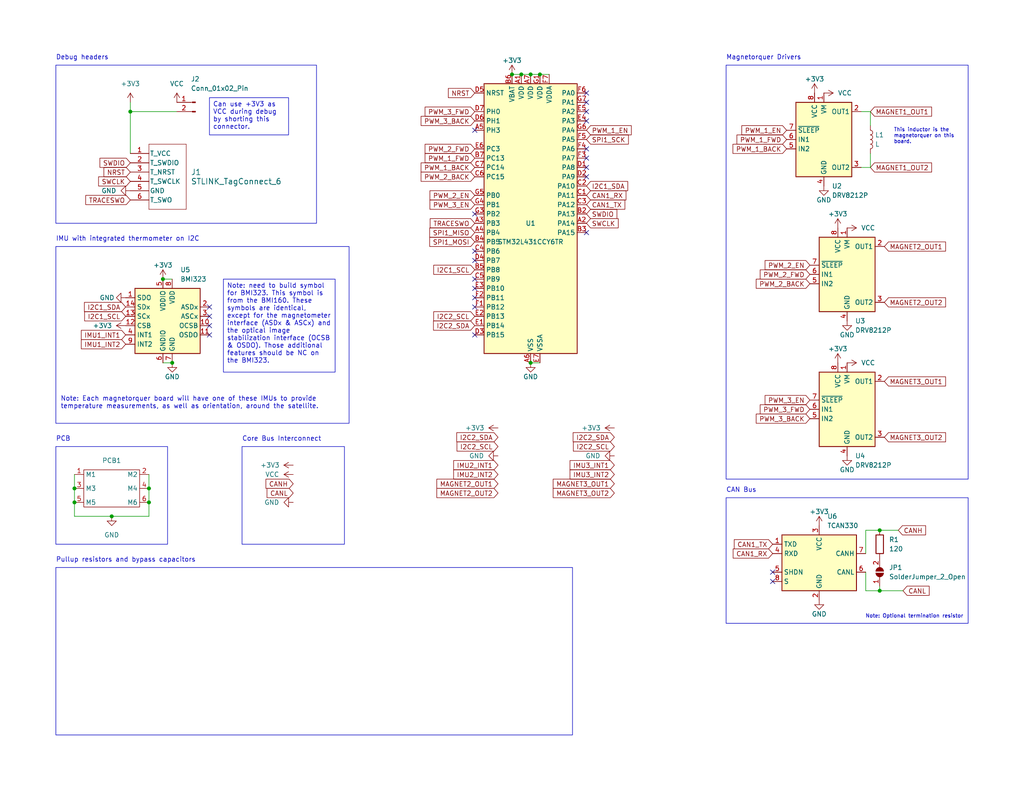
<source format=kicad_sch>
(kicad_sch (version 20230121) (generator eeschema)
  (paper "USLetter")
  (lib_symbols
    (symbol "Connector:Conn_01x02_Pin" (pin_names (offset 1.016) hide)
      (property "Reference" "J" (at 0 2.54 0))
      (property "Value" "Conn_01x02_Pin" (at 0 -5.08 0))
      (symbol "Conn_01x02_Pin_1_1"
        (polyline (pts (xy 1.27 -2.54) (xy 0.8636 -2.54)) (stroke (width 0.1524)))
        (polyline (pts (xy 1.27 0) (xy 0.8636 0)) (stroke (width 0.1524)))
        (rectangle (start 0.8636 -2.413) (end 0 -2.667) (stroke (width 0.1524)) (fill (type outline)))
        (rectangle (start 0.8636 0.127) (end 0 -0.127) (stroke (width 0.1524)) (fill (type outline)))
        (pin passive line (at 5.08 0 180) (length 3.81) (name "Pin_1") (number "1"))
        (pin passive line (at 5.08 -2.54 180) (length 3.81) (name "Pin_2") (number "2"))
      )
    )
    (symbol "Device:L" (pin_numbers hide) (pin_names (offset 1.016) hide)
      (property "Reference" "L" (at -1.27 0 90))
      (property "Value" "L" (at 1.905 0 90))
      (symbol "L_0_1"
        (arc (start 0 -2.54) (mid 0.6323 -1.905) (end 0 -1.27))
        (arc (start 0 -1.27) (mid 0.6323 -0.635) (end 0 0))
        (arc (start 0 0) (mid 0.6323 0.635) (end 0 1.27))
        (arc (start 0 1.27) (mid 0.6323 1.905) (end 0 2.54))
      )
      (symbol "L_1_1"
        (pin passive line (at 0 3.81 270) (length 1.27) (name "1") (number "1"))
        (pin passive line (at 0 -3.81 90) (length 1.27) (name "2") (number "2"))
      )
    )
    (symbol "Device:R" (pin_numbers hide) (pin_names (offset 0))
      (property "Reference" "R" (at 2.032 0 90))
      (property "Value" "R" (at 0 0 90))
      (symbol "R_0_1"
        (rectangle (start -1.016 -2.54) (end 1.016 2.54) (stroke (width 0.254)))
      )
      (symbol "R_1_1"
        (pin passive line (at 0 3.81 270) (length 1.27) (name "~") (number "1"))
        (pin passive line (at 0 -3.81 90) (length 1.27) (name "~") (number "2"))
      )
    )
    (symbol "Driver_Motor:DRV8212P"
      (property "Reference" "U" (at 6.35 11.43 0))
      (property "Value" "DRV8212P" (at -10.16 11.43 0))
      (symbol "DRV8212P_0_1"
        (rectangle (start -7.62 10.16) (end 7.62 -10.16) (stroke (width 0.254)) (fill (type background)))
      )
      (symbol "DRV8212P_1_1"
        (pin power_in line (at 0 12.7 270) (length 2.54) (name "VM") (number "1"))
        (pin output line (at 10.16 7.62 180) (length 2.54) (name "OUT1") (number "2"))
        (pin output line (at 10.16 -7.62 180) (length 2.54) (name "OUT2") (number "3"))
        (pin power_in line (at 0 -12.7 90) (length 2.54) (name "GND") (number "4"))
        (pin input line (at -10.16 -2.54 0) (length 2.54) (name "IN2") (number "5"))
        (pin input line (at -10.16 0 0) (length 2.54) (name "IN1") (number "6"))
        (pin input line (at -10.16 2.54 0) (length 2.54) (name "~{SLEEP}") (number "7"))
        (pin power_in line (at -2.54 12.7 270) (length 2.54) (name "VCC") (number "8"))
        (pin passive line (at 0 -12.7 90) (length 2.54) hide (name "GND") (number "9"))
      )
    )
    (symbol "Interface_CAN_LIN:TCAN330"
      (property "Reference" "U" (at -10.16 8.89 0))
      (property "Value" "TCAN330" (at 2.54 8.89 0))
      (symbol "TCAN330_0_1"
        (rectangle (start -10.16 7.62) (end 10.16 -7.62) (stroke (width 0.254)) (fill (type background)))
      )
      (symbol "TCAN330_1_1"
        (pin input line (at -12.7 5.08 0) (length 2.54) (name "TXD") (number "1"))
        (pin power_in line (at 0 -10.16 90) (length 2.54) (name "GND") (number "2"))
        (pin power_in line (at 0 10.16 270) (length 2.54) (name "VCC") (number "3"))
        (pin tri_state line (at -12.7 2.54 0) (length 2.54) (name "RXD") (number "4"))
        (pin input line (at -12.7 -2.54 0) (length 2.54) (name "SHDN") (number "5"))
        (pin bidirectional line (at 12.7 -2.54 180) (length 2.54) (name "CANL") (number "6"))
        (pin bidirectional line (at 12.7 2.54 180) (length 2.54) (name "CANH") (number "7"))
        (pin input line (at -12.7 -5.08 0) (length 2.54) (name "S") (number "8"))
      )
    )
    (symbol "Jumper:SolderJumper_2_Open" (pin_names (offset 0) hide)
      (property "Reference" "JP" (at 0 2.032 0))
      (property "Value" "SolderJumper_2_Open" (at 0 -2.54 0))
      (symbol "SolderJumper_2_Open_0_1"
        (arc (start -0.254 1.016) (mid -1.2656 0) (end -0.254 -1.016))
        (arc (start -0.254 1.016) (mid -1.2656 0) (end -0.254 -1.016) (fill (type outline)))
        (polyline (pts (xy -0.254 1.016) (xy -0.254 -1.016)))
        (polyline (pts (xy 0.254 1.016) (xy 0.254 -1.016)))
        (arc (start 0.254 -1.016) (mid 1.2656 0) (end 0.254 1.016))
        (arc (start 0.254 -1.016) (mid 1.2656 0) (end 0.254 1.016) (fill (type outline)))
      )
      (symbol "SolderJumper_2_Open_1_1"
        (pin passive line (at -3.81 0 0) (length 2.54) (name "A") (number "1"))
        (pin passive line (at 3.81 0 180) (length 2.54) (name "B") (number "2"))
      )
    )
    (symbol "MCU_ST_STM32L4:STM32L431CCYx"
      (property "Reference" "U" (at -12.7 39.37 0))
      (property "Value" "STM32L431CCYx" (at 7.62 39.37 0))
      (symbol "STM32L431CCYx_0_1"
        (rectangle (start -12.7 -35.56) (end 12.7 38.1) (stroke (width 0.254)) (fill (type background)))
      )
      (symbol "STM32L431CCYx_1_1"
        (pin power_in line (at -2.54 40.64 270) (length 2.54) (name "VDD") (number "A1"))
        (pin bidirectional line (at 15.24 0 180) (length 2.54) (name "PA14") (number "A2"))
        (pin bidirectional line (at -15.24 0 0) (length 2.54) (name "PB3") (number "A3"))
        (pin bidirectional line (at -15.24 -2.54 0) (length 2.54) (name "PB4") (number "A4"))
        (pin bidirectional line (at -15.24 25.4 0) (length 2.54) (name "PH3") (number "A5"))
        (pin power_in line (at 0 -38.1 90) (length 2.54) (name "VSS") (number "A6"))
        (pin power_in line (at 0 40.64 270) (length 2.54) (name "VDD") (number "A7"))
        (pin passive line (at 0 -38.1 90) (length 2.54) hide (name "VSS") (number "B1"))
        (pin bidirectional line (at 15.24 2.54 180) (length 2.54) (name "PA13") (number "B2"))
        (pin bidirectional line (at 15.24 -2.54 180) (length 2.54) (name "PA15") (number "B3"))
        (pin bidirectional line (at -15.24 -5.08 0) (length 2.54) (name "PB5") (number "B4"))
        (pin bidirectional line (at -15.24 -12.7 0) (length 2.54) (name "PB8") (number "B5"))
        (pin power_in line (at -5.08 40.64 270) (length 2.54) (name "VBAT") (number "B6"))
        (pin bidirectional line (at -15.24 17.78 0) (length 2.54) (name "PC13") (number "B7"))
        (pin bidirectional line (at 15.24 7.62 180) (length 2.54) (name "PA11") (number "C1"))
        (pin bidirectional line (at 15.24 10.16 180) (length 2.54) (name "PA10") (number "C2"))
        (pin bidirectional line (at 15.24 5.08 180) (length 2.54) (name "PA12") (number "C3"))
        (pin bidirectional line (at -15.24 -7.62 0) (length 2.54) (name "PB6") (number "C4"))
        (pin bidirectional line (at -15.24 -15.24 0) (length 2.54) (name "PB9") (number "C5"))
        (pin bidirectional line (at -15.24 12.7 0) (length 2.54) (name "PC15") (number "C6"))
        (pin bidirectional line (at -15.24 15.24 0) (length 2.54) (name "PC14") (number "C7"))
        (pin bidirectional line (at 15.24 15.24 180) (length 2.54) (name "PA8") (number "D1"))
        (pin bidirectional line (at 15.24 12.7 180) (length 2.54) (name "PA9") (number "D2"))
        (pin bidirectional line (at -15.24 -30.48 0) (length 2.54) (name "PB15") (number "D3"))
        (pin bidirectional line (at -15.24 -10.16 0) (length 2.54) (name "PB7") (number "D4"))
        (pin input line (at -15.24 35.56 0) (length 2.54) (name "NRST") (number "D5"))
        (pin bidirectional line (at -15.24 27.94 0) (length 2.54) (name "PH1") (number "D6"))
        (pin bidirectional line (at -15.24 30.48 0) (length 2.54) (name "PH0") (number "D7"))
        (pin bidirectional line (at -15.24 -27.94 0) (length 2.54) (name "PB14") (number "E1"))
        (pin bidirectional line (at -15.24 -25.4 0) (length 2.54) (name "PB13") (number "E2"))
        (pin bidirectional line (at -15.24 -17.78 0) (length 2.54) (name "PB10") (number "E3"))
        (pin bidirectional line (at 15.24 27.94 180) (length 2.54) (name "PA3") (number "E4"))
        (pin bidirectional line (at 15.24 30.48 180) (length 2.54) (name "PA2") (number "E5"))
        (pin bidirectional line (at -15.24 20.32 0) (length 2.54) (name "PC3") (number "E6"))
        (pin power_in line (at 2.54 -38.1 90) (length 2.54) (name "VSSA") (number "E7"))
        (pin bidirectional line (at -15.24 -22.86 0) (length 2.54) (name "PB12") (number "F1"))
        (pin bidirectional line (at -15.24 -20.32 0) (length 2.54) (name "PB11") (number "F2"))
        (pin bidirectional line (at 15.24 17.78 180) (length 2.54) (name "PA7") (number "F3"))
        (pin bidirectional line (at 15.24 20.32 180) (length 2.54) (name "PA6") (number "F4"))
        (pin bidirectional line (at 15.24 22.86 180) (length 2.54) (name "PA5") (number "F5"))
        (pin bidirectional line (at 15.24 35.56 180) (length 2.54) (name "PA0") (number "F6"))
        (pin power_in line (at 5.08 40.64 270) (length 2.54) (name "VDDA") (number "F7"))
        (pin power_in line (at 2.54 40.64 270) (length 2.54) (name "VDD") (number "G1"))
        (pin passive line (at 0 -38.1 90) (length 2.54) hide (name "VSS") (number "G2"))
        (pin bidirectional line (at -15.24 2.54 0) (length 2.54) (name "PB2") (number "G3"))
        (pin bidirectional line (at -15.24 5.08 0) (length 2.54) (name "PB1") (number "G4"))
        (pin bidirectional line (at -15.24 7.62 0) (length 2.54) (name "PB0") (number "G5"))
        (pin bidirectional line (at 15.24 25.4 180) (length 2.54) (name "PA4") (number "G6"))
        (pin bidirectional line (at 15.24 33.02 180) (length 2.54) (name "PA1") (number "G7"))
      )
    )
    (symbol "Sensor_Motion:BMI160"
      (property "Reference" "U" (at -10.16 8.89 0))
      (property "Value" "BMI160" (at 7.62 8.89 0))
      (symbol "BMI160_1_1"
        (rectangle (start -10.16 7.62) (end 7.62 -10.16) (stroke (width 0.254)) (fill (type background)))
        (pin bidirectional line (at -12.7 5.08 0) (length 2.54) (name "SDO") (number "1"))
        (pin bidirectional line (at 10.16 -2.54 180) (length 2.54) (name "OCSB") (number "10"))
        (pin bidirectional line (at 10.16 -5.08 180) (length 2.54) (name "OSDO") (number "11"))
        (pin input line (at -12.7 -2.54 0) (length 2.54) (name "CSB") (number "12"))
        (pin input line (at -12.7 0 0) (length 2.54) (name "SCx") (number "13"))
        (pin bidirectional line (at -12.7 2.54 0) (length 2.54) (name "SDx") (number "14"))
        (pin bidirectional line (at 10.16 2.54 180) (length 2.54) (name "ASDx") (number "2"))
        (pin output line (at 10.16 0 180) (length 2.54) (name "ASCx") (number "3"))
        (pin bidirectional line (at -12.7 -5.08 0) (length 2.54) (name "INT1") (number "4"))
        (pin power_in line (at -2.54 10.16 270) (length 2.54) (name "VDDIO") (number "5"))
        (pin power_in line (at -2.54 -12.7 90) (length 2.54) (name "GNDIO") (number "6"))
        (pin power_in line (at 0 -12.7 90) (length 2.54) (name "GND") (number "7"))
        (pin power_in line (at 0 10.16 270) (length 2.54) (name "VDD") (number "8"))
        (pin bidirectional line (at -12.7 -7.62 0) (length 2.54) (name "INT2") (number "9"))
      )
    )
    (symbol "TVSC:STLINK_TagConnect_6" (pin_names (offset 0.254)) (in_bom no)
      (property "Reference" "J" (at 0 6.35 0))
      (property "Value" "STLINK_TagConnect_6" (at 0 -15.24 0))
      (symbol "STLINK_TagConnect_6_1_1"
        (polyline (pts (xy -5.08 -12.7) (xy 5.08 -12.7)) (stroke (width 0.127)))
        (polyline (pts (xy -5.08 5.08) (xy -5.08 -12.7)) (stroke (width 0.127)))
        (polyline (pts (xy 5.08 -12.7) (xy 5.08 5.08)) (stroke (width 0.127)))
        (polyline (pts (xy 5.08 5.08) (xy -5.08 5.08)) (stroke (width 0.127)))
        (pin power_in line (at -10.16 2.54 0) (length 5.08) (name "T_VCC") (number "1"))
        (pin bidirectional line (at -10.16 0 0) (length 5.08) (name "T_SWDIO") (number "2"))
        (pin output line (at -10.16 -2.54 0) (length 5.08) (name "T_NRST") (number "3"))
        (pin input line (at -10.16 -5.08 0) (length 5.08) (name "T_SWCLK") (number "4"))
        (pin power_in line (at -10.16 -7.62 0) (length 5.08) (name "GND") (number "5"))
        (pin output line (at -10.16 -10.16 0) (length 5.08) (name "T_SWO") (number "6"))
      )
      (symbol "STLINK_TagConnect_6_1_2"
        (polyline (pts (xy 5.08 -20.32) (xy 12.7 -20.32)) (stroke (width 0.127)))
        (polyline (pts (xy 5.08 2.54) (xy 5.08 -20.32)) (stroke (width 0.127)))
        (polyline (pts (xy 7.62 -17.78) (xy 5.08 -17.78)) (stroke (width 0.127)))
        (polyline (pts (xy 7.62 -17.78) (xy 8.89 -18.6267)) (stroke (width 0.127)))
        (polyline (pts (xy 7.62 -17.78) (xy 8.89 -16.9333)) (stroke (width 0.127)))
        (polyline (pts (xy 7.62 -15.24) (xy 5.08 -15.24)) (stroke (width 0.127)))
        (polyline (pts (xy 7.62 -15.24) (xy 8.89 -16.0867)) (stroke (width 0.127)))
        (polyline (pts (xy 7.62 -15.24) (xy 8.89 -14.3933)) (stroke (width 0.127)))
        (polyline (pts (xy 7.62 -12.7) (xy 5.08 -12.7)) (stroke (width 0.127)))
        (polyline (pts (xy 7.62 -12.7) (xy 8.89 -13.5467)) (stroke (width 0.127)))
        (polyline (pts (xy 7.62 -12.7) (xy 8.89 -11.8533)) (stroke (width 0.127)))
        (polyline (pts (xy 7.62 -10.16) (xy 5.08 -10.16)) (stroke (width 0.127)))
        (polyline (pts (xy 7.62 -10.16) (xy 8.89 -11.0067)) (stroke (width 0.127)))
        (polyline (pts (xy 7.62 -10.16) (xy 8.89 -9.3133)) (stroke (width 0.127)))
        (polyline (pts (xy 7.62 -7.62) (xy 5.08 -7.62)) (stroke (width 0.127)))
        (polyline (pts (xy 7.62 -7.62) (xy 8.89 -8.4667)) (stroke (width 0.127)))
        (polyline (pts (xy 7.62 -7.62) (xy 8.89 -6.7733)) (stroke (width 0.127)))
        (polyline (pts (xy 7.62 -5.08) (xy 5.08 -5.08)) (stroke (width 0.127)))
        (polyline (pts (xy 7.62 -5.08) (xy 8.89 -5.9267)) (stroke (width 0.127)))
        (polyline (pts (xy 7.62 -5.08) (xy 8.89 -4.2333)) (stroke (width 0.127)))
        (polyline (pts (xy 7.62 -2.54) (xy 5.08 -2.54)) (stroke (width 0.127)))
        (polyline (pts (xy 7.62 -2.54) (xy 8.89 -3.3867)) (stroke (width 0.127)))
        (polyline (pts (xy 7.62 -2.54) (xy 8.89 -1.6933)) (stroke (width 0.127)))
        (polyline (pts (xy 7.62 0) (xy 5.08 0)) (stroke (width 0.127)))
        (polyline (pts (xy 7.62 0) (xy 8.89 -0.8467)) (stroke (width 0.127)))
        (polyline (pts (xy 7.62 0) (xy 8.89 0.8467)) (stroke (width 0.127)))
        (polyline (pts (xy 12.7 -20.32) (xy 12.7 2.54)) (stroke (width 0.127)))
        (polyline (pts (xy 12.7 2.54) (xy 5.08 2.54)) (stroke (width 0.127)))
        (pin unspecified line (at 0 0 0) (length 5.08) (name "1") (number "1"))
        (pin unspecified line (at 0 -2.54 0) (length 5.08) (name "2") (number "2"))
        (pin unspecified line (at 0 -5.08 0) (length 5.08) (name "3") (number "3"))
        (pin unspecified line (at 0 -7.62 0) (length 5.08) (name "4") (number "4"))
        (pin unspecified line (at 0 -10.16 0) (length 5.08) (name "5") (number "5"))
        (pin unspecified line (at 0 -12.7 0) (length 5.08) (name "6") (number "6"))
        (pin unspecified line (at 0 -15.24 0) (length 5.08) (name "7") (number "7"))
        (pin unspecified line (at 0 -17.78 0) (length 5.08) (name "8") (number "8"))
      )
    )
    (symbol "TVSC:SidePanel_PCB" (in_bom no)
      (property "Reference" "PCB" (at 0 0 0))
      (symbol "SidePanel_PCB_0_1"
        (rectangle (start -7.62 5.08) (end 7.62 -5.08))
      )
      (symbol "SidePanel_PCB_1_1"
        (pin power_in line (at -10.16 3.81 0) (length 2.54) (name "M1") (number "1"))
        (pin power_in line (at 10.16 3.81 180) (length 2.54) (name "M2") (number "2"))
        (pin power_in line (at -10.16 0 0) (length 2.54) (name "M3") (number "3"))
        (pin power_in line (at 10.16 0 180) (length 2.54) (name "M4") (number "4"))
        (pin power_in line (at -10.16 -3.81 0) (length 2.54) (name "M5") (number "5"))
        (pin power_in line (at 10.16 -3.81 180) (length 2.54) (name "M6") (number "6"))
      )
    )
    (symbol "power:+3V3" (power) (pin_names (offset 0))
      (property "Value" "+3V3" (at 0 3.556 0))
      (symbol "+3V3_0_1"
        (polyline (pts (xy -0.762 1.27) (xy 0 2.54)))
        (polyline (pts (xy 0 0) (xy 0 2.54)))
        (polyline (pts (xy 0 2.54) (xy 0.762 1.27)))
      )
      (symbol "+3V3_1_1"
        (pin power_in line (at 0 0 90) (length 0) hide (name "+3V3") (number "1"))
      )
    )
    (symbol "power:GND" (power) (pin_names (offset 0))
      (property "Value" "GND" (at 0 -3.81 0))
      (symbol "GND_0_1"
        (polyline (pts (xy 0 0) (xy 0 -1.27) (xy 1.27 -1.27) (xy 0 -2.54) (xy -1.27 -1.27) (xy 0 -1.27)))
      )
      (symbol "GND_1_1"
        (pin power_in line (at 0 0 270) (length 0) hide (name "GND") (number "1"))
      )
    )
    (symbol "power:VCC" (power) (pin_names (offset 0))
      (property "Value" "VCC" (at 0 3.81 0))
      (symbol "VCC_0_1"
        (polyline (pts (xy -0.762 1.27) (xy 0 2.54)))
        (polyline (pts (xy 0 0) (xy 0 2.54)))
        (polyline (pts (xy 0 2.54) (xy 0.762 1.27)))
      )
      (symbol "VCC_1_1"
        (pin power_in line (at 0 0 90) (length 0) hide (name "VCC") (number "1"))
      )
    )
  )
  (junction (at 40.64 133.35))
  (junction (at 30.48 140.97))
  (junction (at 40.64 137.16))
  (junction (at 46.99 99.06))
  (junction (at 35.56 30.48))
  (junction (at 144.78 99.06))
  (junction (at 240.03 144.78))
  (junction (at 44.45 76.2))
  (junction (at 240.03 161.29))
  (junction (at 139.7 20.32))
  (junction (at 147.32 20.32))
  (junction (at 144.78 20.32))
  (junction (at 20.32 137.16))
  (junction (at 142.24 20.32))
  (junction (at 20.32 133.35))
  (no_connect (at 57.15 83.82))
  (no_connect (at 160.02 40.64))
  (no_connect (at 129.54 78.74))
  (no_connect (at 160.02 27.94))
  (no_connect (at 57.15 88.9))
  (no_connect (at 129.54 83.82))
  (no_connect (at 160.02 30.48))
  (no_connect (at 129.54 71.12))
  (no_connect (at 129.54 35.56))
  (no_connect (at 210.82 158.75))
  (no_connect (at 160.02 48.26))
  (no_connect (at 129.54 76.2))
  (no_connect (at 57.15 86.36))
  (no_connect (at 160.02 45.72))
  (no_connect (at 129.54 58.42))
  (no_connect (at 57.15 91.44))
  (no_connect (at 129.54 81.28))
  (no_connect (at 160.02 33.02))
  (no_connect (at 160.02 63.5))
  (no_connect (at 129.54 68.58))
  (no_connect (at 160.02 43.18))
  (no_connect (at 129.54 91.44))
  (no_connect (at 160.02 25.4))
  (no_connect (at 210.82 156.21))
  (wire (pts (xy 35.56 27.94) (xy 35.56 30.48)))
  (wire (pts (xy 237.49 30.48) (xy 234.95 30.48)))
  (wire (pts (xy 20.32 140.97) (xy 30.48 140.97)))
  (wire (pts (xy 237.49 41.91) (xy 237.49 45.72)))
  (wire (pts (xy 40.64 140.97) (xy 40.64 137.16)))
  (wire (pts (xy 40.64 137.16) (xy 40.64 133.35)))
  (wire (pts (xy 30.48 140.97) (xy 40.64 140.97)))
  (wire (pts (xy 44.45 99.06) (xy 46.99 99.06)))
  (wire (pts (xy 237.49 45.72) (xy 234.95 45.72)))
  (wire (pts (xy 20.32 129.54) (xy 20.32 133.35)))
  (wire (pts (xy 240.03 161.29) (xy 236.22 161.29)))
  (wire (pts (xy 144.78 99.06) (xy 147.32 99.06)))
  (wire (pts (xy 20.32 133.35) (xy 20.32 137.16)))
  (wire (pts (xy 240.03 144.78) (xy 236.22 144.78)))
  (wire (pts (xy 240.03 161.29) (xy 240.03 160.02)))
  (wire (pts (xy 236.22 161.29) (xy 236.22 156.21)))
  (wire (pts (xy 44.45 76.2) (xy 46.99 76.2)))
  (wire (pts (xy 20.32 137.16) (xy 20.32 140.97)))
  (wire (pts (xy 240.03 161.29) (xy 246.38 161.29)))
  (wire (pts (xy 144.78 20.32) (xy 147.32 20.32)))
  (wire (pts (xy 237.49 30.48) (xy 237.49 34.29)))
  (wire (pts (xy 139.7 20.32) (xy 142.24 20.32)))
  (wire (pts (xy 35.56 30.48) (xy 48.26 30.48)))
  (wire (pts (xy 40.64 133.35) (xy 40.64 129.54)))
  (wire (pts (xy 142.24 20.32) (xy 144.78 20.32)))
  (wire (pts (xy 240.03 144.78) (xy 245.11 144.78)))
  (wire (pts (xy 35.56 30.48) (xy 35.56 41.91)))
  (wire (pts (xy 236.22 144.78) (xy 236.22 151.13)))
  (wire (pts (xy 147.32 20.32) (xy 149.86 20.32)))
  (rectangle (start 15.24 154.94) (end 156.21 200.66))
  (rectangle (start 15.24 121.92) (end 45.72 148.59))
  (rectangle (start 198.12 135.89) (end 264.16 170.18))
  (rectangle (start 15.24 17.78) (end 86.36 60.96))
  (rectangle (start 198.12 17.78) (end 264.16 130.81))
  (rectangle (start 15.24 67.31) (end 95.25 115.57))
  (rectangle (start 66.04 121.92) (end 93.98 148.59))
  (text_box "Note: need to build symbol for BMI323. This symbol is from the BMI160. These symbols are identical, except for the magnetometer interface (ASDx & ASCx) and the optical image stabilization interface (OCSB & OSDO). Those additional features should be NC on the BMI323." (at 60.96 76.2 0) (size 30.48 25.4) (effects (font (size 1.27 1.27)) (justify left top)))
  (text_box "Can use +3V3 as VCC during debug by shorting this connector." (at 57.15 26.67 0) (size 21.59 10.16) (effects (font (size 1.27 1.27)) (justify left top)))
  (text "Magnetorquer Drivers" (at 198.12 16.51 0) (effects (font (size 1.27 1.27)) (justify left bottom)))
  (text "This inductor is the\nmagnetorquer on this\nboard." (at 243.84 39.37 0) (effects (font (size 1 1)) (justify left bottom)))
  (text "CAN Bus" (at 198.12 134.62 0) (effects (font (size 1.27 1.27)) (justify left bottom)))
  (text "IMU with integrated thermometer on I2C" (at 15.24 66.04 0) (effects (font (size 1.27 1.27)) (justify left bottom)))
  (text "Pullup resistors and bypass capacitors" (at 15.24 153.67 0) (effects (font (size 1.27 1.27)) (justify left bottom)))
  (text "Debug headers" (at 15.24 16.51 0) (effects (font (size 1.27 1.27)) (justify left bottom)))
  (text "PCB" (at 15.24 120.65 0) (effects (font (size 1.27 1.27)) (justify left bottom)))
  (text "Core Bus Interconnect" (at 66.04 120.65 0) (effects (font (size 1.27 1.27)) (justify left bottom)))
  (text "Note: Optional termination resistor" (at 262.89 168.91 0) (effects (font (size 1 1)) (justify right bottom)))
  (text "Note: Each magnetorquer board will have one of these IMUs to provide\ntemperature measurements, as well as orientation, around the satellite." (at 16.51 111.76 0) (effects (font (size 1.27 1.27)) (justify left bottom)))
  (global_label "MAGNET3_OUT1" (shape input) (at 167.64 132.08 180) (property "Intersheetrefs" "${INTERSHEET_REFS}" (effects hide)))
  (global_label "CAN1_RX" (shape input) (at 160.02 53.34 0) (property "Intersheetrefs" "${INTERSHEET_REFS}" (effects hide)))
  (global_label "PWM_1_EN" (shape input) (at 160.02 35.56 0) (property "Intersheetrefs" "${INTERSHEET_REFS}" (effects hide)))
  (global_label "MAGNET2_OUT1" (shape input) (at 241.3 67.31 0) (property "Intersheetrefs" "${INTERSHEET_REFS}" (effects hide)))
  (global_label "PWM_1_EN" (shape input) (at 214.63 35.56 180) (property "Intersheetrefs" "${INTERSHEET_REFS}" (effects hide)))
  (global_label "PWM_2_FWD" (shape input) (at 220.98 74.93 180) (property "Intersheetrefs" "${INTERSHEET_REFS}" (effects hide)))
  (global_label "PWM_1_FWD" (shape input) (at 129.54 43.18 180) (property "Intersheetrefs" "${INTERSHEET_REFS}" (effects hide)))
  (global_label "PWM_2_EN" (shape input) (at 220.98 72.39 180) (property "Intersheetrefs" "${INTERSHEET_REFS}" (effects hide)))
  (global_label "CAN1_TX" (shape input) (at 210.82 148.59 180) (property "Intersheetrefs" "${INTERSHEET_REFS}" (effects hide)))
  (global_label "NRST" (shape input) (at 129.54 25.4 180) (property "Intersheetrefs" "${INTERSHEET_REFS}" (effects hide)))
  (global_label "I2C1_SDA" (shape input) (at 34.29 83.82 180) (property "Intersheetrefs" "${INTERSHEET_REFS}" (effects hide)))
  (global_label "PWM_2_BACK" (shape input) (at 220.98 77.47 180) (property "Intersheetrefs" "${INTERSHEET_REFS}" (effects hide)))
  (global_label "IMU2_INT2" (shape input) (at 135.89 129.54 180) (property "Intersheetrefs" "${INTERSHEET_REFS}" (effects hide)))
  (global_label "MAGNET1_OUT2" (shape input) (at 237.49 45.72 0) (property "Intersheetrefs" "${INTERSHEET_REFS}" (effects hide)))
  (global_label "PWM_2_FWD" (shape input) (at 129.54 40.64 180) (property "Intersheetrefs" "${INTERSHEET_REFS}" (effects hide)))
  (global_label "SWCLK" (shape input) (at 160.02 60.96 0) (property "Intersheetrefs" "${INTERSHEET_REFS}" (effects hide)))
  (global_label "PWM_1_BACK" (shape input) (at 129.54 45.72 180) (property "Intersheetrefs" "${INTERSHEET_REFS}" (effects hide)))
  (global_label "MAGNET3_OUT1" (shape input) (at 241.3 104.14 0) (property "Intersheetrefs" "${INTERSHEET_REFS}" (effects hide)))
  (global_label "IMU3_INT1" (shape input) (at 167.64 127 180) (property "Intersheetrefs" "${INTERSHEET_REFS}" (effects hide)))
  (global_label "I2C2_SDA" (shape input) (at 167.64 119.38 180) (property "Intersheetrefs" "${INTERSHEET_REFS}" (effects hide)))
  (global_label "I2C2_SCL" (shape input) (at 135.89 121.92 180) (property "Intersheetrefs" "${INTERSHEET_REFS}" (effects hide)))
  (global_label "PWM_3_BACK" (shape input) (at 220.98 114.3 180) (property "Intersheetrefs" "${INTERSHEET_REFS}" (effects hide)))
  (global_label "PWM_1_BACK" (shape input) (at 214.63 40.64 180) (property "Intersheetrefs" "${INTERSHEET_REFS}" (effects hide)))
  (global_label "CAN1_RX" (shape input) (at 210.82 151.13 180) (property "Intersheetrefs" "${INTERSHEET_REFS}" (effects hide)))
  (global_label "SWCLK" (shape input) (at 35.56 49.53 180) (property "Intersheetrefs" "${INTERSHEET_REFS}" (effects hide)))
  (global_label "I2C2_SDA" (shape input) (at 129.54 88.9 180) (property "Intersheetrefs" "${INTERSHEET_REFS}" (effects hide)))
  (global_label "MAGNET2_OUT2" (shape input) (at 241.3 82.55 0) (property "Intersheetrefs" "${INTERSHEET_REFS}" (effects hide)))
  (global_label "I2C1_SCL" (shape input) (at 129.54 73.66 180) (property "Intersheetrefs" "${INTERSHEET_REFS}" (effects hide)))
  (global_label "PWM_2_EN" (shape input) (at 129.54 53.34 180) (property "Intersheetrefs" "${INTERSHEET_REFS}" (effects hide)))
  (global_label "IMU1_INT2" (shape input) (at 34.29 93.98 180) (property "Intersheetrefs" "${INTERSHEET_REFS}" (effects hide)))
  (global_label "MAGNET2_OUT2" (shape input) (at 135.89 134.62 180) (property "Intersheetrefs" "${INTERSHEET_REFS}" (effects hide)))
  (global_label "I2C2_SCL" (shape input) (at 129.54 86.36 180) (property "Intersheetrefs" "${INTERSHEET_REFS}" (effects hide)))
  (global_label "IMU2_INT1" (shape input) (at 135.89 127 180) (property "Intersheetrefs" "${INTERSHEET_REFS}" (effects hide)))
  (global_label "TRACESWO" (shape input) (at 129.54 60.96 180) (property "Intersheetrefs" "${INTERSHEET_REFS}" (effects hide)))
  (global_label "CANL" (shape input) (at 246.38 161.29 0) (property "Intersheetrefs" "${INTERSHEET_REFS}" (effects hide)))
  (global_label "SPI1_MISO" (shape input) (at 129.54 63.5 180) (property "Intersheetrefs" "${INTERSHEET_REFS}" (effects hide)))
  (global_label "MAGNET2_OUT1" (shape input) (at 135.89 132.08 180) (property "Intersheetrefs" "${INTERSHEET_REFS}" (effects hide)))
  (global_label "I2C2_SCL" (shape input) (at 167.64 121.92 180) (property "Intersheetrefs" "${INTERSHEET_REFS}" (effects hide)))
  (global_label "CANH" (shape input) (at 80.01 132.08 180) (property "Intersheetrefs" "${INTERSHEET_REFS}" (effects hide)))
  (global_label "PWM_3_FWD" (shape input) (at 220.98 111.76 180) (property "Intersheetrefs" "${INTERSHEET_REFS}" (effects hide)))
  (global_label "TRACESWO" (shape input) (at 35.56 54.61 180) (property "Intersheetrefs" "${INTERSHEET_REFS}" (effects hide)))
  (global_label "MAGNET1_OUT1" (shape input) (at 237.49 30.48 0) (property "Intersheetrefs" "${INTERSHEET_REFS}" (effects hide)))
  (global_label "PWM_2_BACK" (shape input) (at 129.54 48.26 180) (property "Intersheetrefs" "${INTERSHEET_REFS}" (effects hide)))
  (global_label "MAGNET3_OUT2" (shape input) (at 167.64 134.62 180) (property "Intersheetrefs" "${INTERSHEET_REFS}" (effects hide)))
  (global_label "PWM_3_EN" (shape input) (at 129.54 55.88 180) (property "Intersheetrefs" "${INTERSHEET_REFS}" (effects hide)))
  (global_label "SWDIO" (shape input) (at 35.56 44.45 180) (property "Intersheetrefs" "${INTERSHEET_REFS}" (effects hide)))
  (global_label "CANL" (shape input) (at 80.01 134.62 180) (property "Intersheetrefs" "${INTERSHEET_REFS}" (effects hide)))
  (global_label "I2C1_SCL" (shape input) (at 34.29 86.36 180) (property "Intersheetrefs" "${INTERSHEET_REFS}" (effects hide)))
  (global_label "MAGNET3_OUT2" (shape input) (at 241.3 119.38 0) (property "Intersheetrefs" "${INTERSHEET_REFS}" (effects hide)))
  (global_label "PWM_3_EN" (shape input) (at 220.98 109.22 180) (property "Intersheetrefs" "${INTERSHEET_REFS}" (effects hide)))
  (global_label "PWM_3_FWD" (shape input) (at 129.54 30.48 180) (property "Intersheetrefs" "${INTERSHEET_REFS}" (effects hide)))
  (global_label "SPI1_MOSI" (shape input) (at 129.54 66.04 180) (property "Intersheetrefs" "${INTERSHEET_REFS}" (effects hide)))
  (global_label "I2C2_SDA" (shape input) (at 135.89 119.38 180) (property "Intersheetrefs" "${INTERSHEET_REFS}" (effects hide)))
  (global_label "CAN1_TX" (shape input) (at 160.02 55.88 0) (property "Intersheetrefs" "${INTERSHEET_REFS}" (effects hide)))
  (global_label "PWM_3_BACK" (shape input) (at 129.54 33.02 180) (property "Intersheetrefs" "${INTERSHEET_REFS}" (effects hide)))
  (global_label "SPI1_SCK" (shape input) (at 160.02 38.1 0) (property "Intersheetrefs" "${INTERSHEET_REFS}" (effects hide)))
  (global_label "CANH" (shape input) (at 245.11 144.78 0) (property "Intersheetrefs" "${INTERSHEET_REFS}" (effects hide)))
  (global_label "I2C1_SDA" (shape input) (at 160.02 50.8 0) (property "Intersheetrefs" "${INTERSHEET_REFS}" (effects hide)))
  (global_label "NRST" (shape input) (at 35.56 46.99 180) (property "Intersheetrefs" "${INTERSHEET_REFS}" (effects hide)))
  (global_label "SWDIO" (shape input) (at 160.02 58.42 0) (property "Intersheetrefs" "${INTERSHEET_REFS}" (effects hide)))
  (global_label "IMU3_INT2" (shape input) (at 167.64 129.54 180) (property "Intersheetrefs" "${INTERSHEET_REFS}" (effects hide)))
  (global_label "PWM_1_FWD" (shape input) (at 214.63 38.1 180) (property "Intersheetrefs" "${INTERSHEET_REFS}" (effects hide)))
  (global_label "IMU1_INT1" (shape input) (at 34.29 91.44 180) (property "Intersheetrefs" "${INTERSHEET_REFS}" (effects hide)))
  (symbol (lib_id "Connector:Conn_01x02_Pin") (at 53.34 27.94 0) (mirror y) (unit 1)
    (property "Reference" "J2" (at 52.07 21.59 0) (effects (justify right)))
    (property "Value" "Conn_01x02_Pin" (at 52.07 24.13 0) (effects (justify right)))
  )
  (symbol (lib_id "power:VCC") (at 231.14 99.06 270) (unit 1)
    (property "Reference" "#PWR012" (effects hide))
    (property "Value" "VCC" (at 234.95 99.06 90) (effects (justify left)))
  )
  (symbol (lib_id "power:GND") (at 231.14 87.63 0) (unit 1)
    (property "Reference" "#PWR05" (effects hide))
    (property "Value" "GND" (at 231.14 91.44 0))
  )
  (symbol (lib_id "Jumper:SolderJumper_2_Open") (at 240.03 156.21 90) (unit 1)
    (property "Reference" "JP1" (at 242.57 154.94 90) (effects (justify right)))
    (property "Value" "SolderJumper_2_Open" (at 242.57 157.48 90) (effects (justify right)))
  )
  (symbol (lib_id "MCU_ST_STM32L4:STM32L431CCYx") (at 144.78 60.96 0) (unit 1)
    (property "Reference" "U1" (at 144.78 60.96 0))
    (property "Value" "STM32L431CCY6TR" (at 144.78 66.04 0))
    (property "Footprint" "Package_CSP:ST_WLCSP-49_Die435" (effects hide))
    (property "Datasheet" "https://www.st.com/resource/en/datasheet/stm32l431cc.pdf" (effects hide))
    (property "Manufacturer" "STMicroelectronics" (effects hide))
    (property "MPN" "C2053538" (effects hide))
    (property "Manufacturer Part Number" "STM32L431CCY6TR" (effects hide))
  )
  (symbol (lib_id "power:+3V3") (at 167.64 116.84 90) (unit 1)
    (property "Reference" "#PWR028" (effects hide))
    (property "Value" "+3V3" (at 161.29 116.84 90))
  )
  (symbol (lib_id "power:+3V3") (at 228.6 62.23 0) (unit 1)
    (property "Reference" "#PWR08" (effects hide))
    (property "Value" "+3V3" (at 228.6 58.42 0))
  )
  (symbol (lib_id "power:+3V3") (at 80.01 127 90) (unit 1)
    (property "Reference" "#PWR023" (effects hide))
    (property "Value" "+3V3" (at 73.66 127 90))
  )
  (symbol (lib_id "Sensor_Motion:BMI160") (at 46.99 86.36 0) (unit 1)
    (property "Reference" "U5" (at 49.1841 73.66 0) (effects (justify left)))
    (property "Value" "BMI323" (at 49.1841 76.2 0) (effects (justify left)))
    (property "Footprint" "Package_LGA:Bosch_LGA-14_3x2.5mm_P0.5mm" (effects hide))
    (property "Datasheet" "https://www.bosch-sensortec.com/products/motion-sensors/imus/bmi323/" (effects hide))
    (property "MPN" "C5368700" (effects hide))
    (property "Manufacturer" "Bosch Sensortec" (effects hide))
    (property "Manufacturer Part Number" "BMI323" (effects hide))
    (property "Alternate" "BMI160" (effects hide))
  )
  (symbol (lib_id "Driver_Motor:DRV8212P") (at 224.79 38.1 0) (unit 1)
    (property "Reference" "U2" (at 226.9841 50.8 0) (effects (justify left)))
    (property "Value" "DRV8212P" (at 226.9841 53.34 0) (effects (justify left)))
    (property "Footprint" "Package_SON:WSON-8-1EP_2x2mm_P0.5mm_EP0.9x1.6mm_ThermalVias" (effects hide))
    (property "Datasheet" "https://www.ti.com/lit/ds/symlink/drv8212p.pdf" (effects hide))
    (property "MPN" "C5208051" (effects hide))
    (property "Manufacturer Part Number" "DRV8212PDSGR" (effects hide))
    (property "Manufacturer" "Texas Instruments" (effects hide))
  )
  (symbol (lib_id "power:GND") (at 167.64 124.46 270) (unit 1)
    (property "Reference" "#PWR030" (effects hide))
    (property "Value" "GND" (at 163.83 124.46 90) (effects (justify right)))
  )
  (symbol (lib_id "power:GND") (at 30.48 140.97 0) (unit 1)
    (property "Reference" "#PWR01" (effects hide))
    (property "Value" "GND" (at 30.48 146.05 0))
  )
  (symbol (lib_id "power:VCC") (at 231.14 62.23 270) (unit 1)
    (property "Reference" "#PWR011" (effects hide))
    (property "Value" "VCC" (at 234.95 62.23 90) (effects (justify left)))
  )
  (symbol (lib_id "Device:R") (at 240.03 148.59 0) (unit 1)
    (property "Reference" "R1" (at 242.57 147.32 0) (effects (justify left)))
    (property "Value" "120" (at 242.57 149.86 0) (effects (justify left)))
  )
  (symbol (lib_id "Device:L") (at 237.49 38.1 0) (unit 1)
    (property "Reference" "L1" (at 238.76 36.83 0) (effects (justify left)))
    (property "Value" "L" (at 238.76 39.37 0) (effects (justify left)))
  )
  (symbol (lib_id "power:VCC") (at 80.01 129.54 90) (unit 1)
    (property "Reference" "#PWR022" (effects hide))
    (property "Value" "VCC" (at 76.2 129.54 90) (effects (justify left)))
  )
  (symbol (lib_id "power:+3V3") (at 44.45 76.2 0) (unit 1)
    (property "Reference" "#PWR017" (effects hide))
    (property "Value" "+3V3" (at 44.45 72.39 0))
  )
  (symbol (lib_id "power:+3V3") (at 135.89 116.84 90) (unit 1)
    (property "Reference" "#PWR025" (effects hide))
    (property "Value" "+3V3" (at 129.54 116.84 90))
  )
  (symbol (lib_id "power:GND") (at 144.78 99.06 0) (unit 1)
    (property "Reference" "#PWR02" (effects hide))
    (property "Value" "GND" (at 144.78 102.87 0))
  )
  (symbol (lib_id "power:+3V3") (at 35.56 27.94 0) (unit 1)
    (property "Reference" "#PWR013" (effects hide))
    (property "Value" "+3V3" (at 35.56 22.86 0))
  )
  (symbol (lib_id "TVSC:STLINK_TagConnect_6") (at 45.72 44.45 0) (unit 1) (in_bom no)
    (property "Reference" "J1" (at 52.07 46.99 0) (effects (font (size 1.524 1.524)) (justify left)))
    (property "Value" "STLINK_TagConnect_6" (at 52.07 49.53 0) (effects (font (size 1.524 1.524)) (justify left)))
    (property "Footprint" "Connector:Tag-Connect_TC2030-IDC-NL_2x03_P1.27mm_Vertical" (effects hide))
    (property "Datasheet" "https://www.tag-connect.com/wp-content/uploads/bsk-pdf-manager/TC2030-CTX_1.pdf" (effects hide))
  )
  (symbol (lib_id "Driver_Motor:DRV8212P") (at 231.14 74.93 0) (unit 1)
    (property "Reference" "U3" (at 233.3341 87.63 0) (effects (justify left)))
    (property "Value" "DRV8212P" (at 233.3341 90.17 0) (effects (justify left)))
    (property "Footprint" "Package_SON:WSON-8-1EP_2x2mm_P0.5mm_EP0.9x1.6mm_ThermalVias" (effects hide))
    (property "Datasheet" "https://www.ti.com/lit/ds/symlink/drv8212p.pdf" (effects hide))
    (property "MPN" "C5208051" (effects hide))
    (property "Manufacturer Part Number" "DRV8212PDSGR" (effects hide))
    (property "Manufacturer" "Texas Instruments" (effects hide))
  )
  (symbol (lib_id "power:VCC") (at 224.79 25.4 270) (unit 1)
    (property "Reference" "#PWR010" (effects hide))
    (property "Value" "VCC" (at 228.6 25.4 90) (effects (justify left)))
  )
  (symbol (lib_id "power:GND") (at 224.79 50.8 0) (unit 1)
    (property "Reference" "#PWR04" (effects hide))
    (property "Value" "GND" (at 224.79 54.61 0))
  )
  (symbol (lib_id "power:GND") (at 34.29 81.28 270) (unit 1)
    (property "Reference" "#PWR018" (effects hide))
    (property "Value" "GND" (at 29.21 81.28 90))
  )
  (symbol (lib_id "Interface_CAN_LIN:TCAN330") (at 223.52 153.67 0) (unit 1)
    (property "Reference" "U6" (at 225.7141 140.97 0) (effects (justify left)))
    (property "Value" "TCAN330" (at 225.7141 143.51 0) (effects (justify left)))
    (property "Footprint" "Package_TO_SOT_SMD:SOT-23-8" (effects hide))
    (property "Datasheet" "http://www.ti.com/lit/ds/symlink/tcan337.pdf" (effects hide))
    (property "MPN" "C2877587" (effects hide))
    (property "Manufacturer" "Texas Instruments" (effects hide))
    (property "Manufacturer Part Number" "TCAN330DCNR" (effects hide))
  )
  (symbol (lib_id "Driver_Motor:DRV8212P") (at 231.14 111.76 0) (unit 1)
    (property "Reference" "U4" (at 233.3341 124.46 0) (effects (justify left)))
    (property "Value" "DRV8212P" (at 233.3341 127 0) (effects (justify left)))
    (property "Footprint" "Package_SON:WSON-8-1EP_2x2mm_P0.5mm_EP0.9x1.6mm_ThermalVias" (effects hide))
    (property "Datasheet" "https://www.ti.com/lit/ds/symlink/drv8212p.pdf" (effects hide))
    (property "MPN" "C5208051" (effects hide))
    (property "Manufacturer Part Number" "DRV8212PDSGR" (effects hide))
    (property "Manufacturer" "Texas Instruments" (effects hide))
  )
  (symbol (lib_id "power:GND") (at 223.52 163.83 0) (unit 1)
    (property "Reference" "#PWR020" (effects hide))
    (property "Value" "GND" (at 223.52 167.64 0))
  )
  (symbol (lib_id "power:+3V3") (at 139.7 20.32 0) (unit 1)
    (property "Reference" "#PWR03" (effects hide))
    (property "Value" "+3V3" (at 139.7 16.51 0))
  )
  (symbol (lib_id "power:+3V3") (at 228.6 99.06 0) (unit 1)
    (property "Reference" "#PWR09" (effects hide))
    (property "Value" "+3V3" (at 228.6 95.25 0))
  )
  (symbol (lib_id "power:+3V3") (at 34.29 88.9 90) (unit 1)
    (property "Reference" "#PWR019" (effects hide))
    (property "Value" "+3V3" (at 27.94 88.9 90))
  )
  (symbol (lib_id "power:+3V3") (at 222.25 25.4 0) (unit 1)
    (property "Reference" "#PWR07" (effects hide))
    (property "Value" "+3V3" (at 222.25 21.59 0))
  )
  (symbol (lib_id "power:GND") (at 231.14 124.46 0) (unit 1)
    (property "Reference" "#PWR06" (effects hide))
    (property "Value" "GND" (at 231.14 128.27 0))
  )
  (symbol (lib_id "power:GND") (at 35.56 52.07 270) (unit 1)
    (property "Reference" "#PWR014" (effects hide))
    (property "Value" "GND" (at 31.75 52.07 90) (effects (justify right)))
  )
  (symbol (lib_id "power:GND") (at 80.01 137.16 270) (unit 1)
    (property "Reference" "#PWR024" (effects hide))
    (property "Value" "GND" (at 76.2 137.16 90) (effects (justify right)))
  )
  (symbol (lib_id "power:GND") (at 135.89 124.46 270) (unit 1)
    (property "Reference" "#PWR027" (effects hide))
    (property "Value" "GND" (at 132.08 124.46 90) (effects (justify right)))
  )
  (symbol (lib_id "TVSC:SidePanel_PCB") (at 30.48 133.35 0) (unit 1) (in_bom no)
    (property "Reference" "PCB1" (at 30.48 125.73 0))
    (property "Footprint" "footprints:SidePanel_PCB_Shape" (effects hide))
  )
  (symbol (lib_id "power:+3V3") (at 223.52 143.51 0) (unit 1)
    (property "Reference" "#PWR021" (effects hide))
    (property "Value" "+3V3" (at 223.52 139.7 0))
  )
  (symbol (lib_id "power:GND") (at 46.99 99.06 0) (unit 1)
    (property "Reference" "#PWR016" (effects hide))
    (property "Value" "GND" (at 46.99 102.87 0))
  )
  (symbol (lib_id "power:VCC") (at 48.26 27.94 0) (unit 1)
    (property "Reference" "#PWR015" (effects hide))
    (property "Value" "VCC" (at 48.26 22.86 0))
  )
)
</source>
